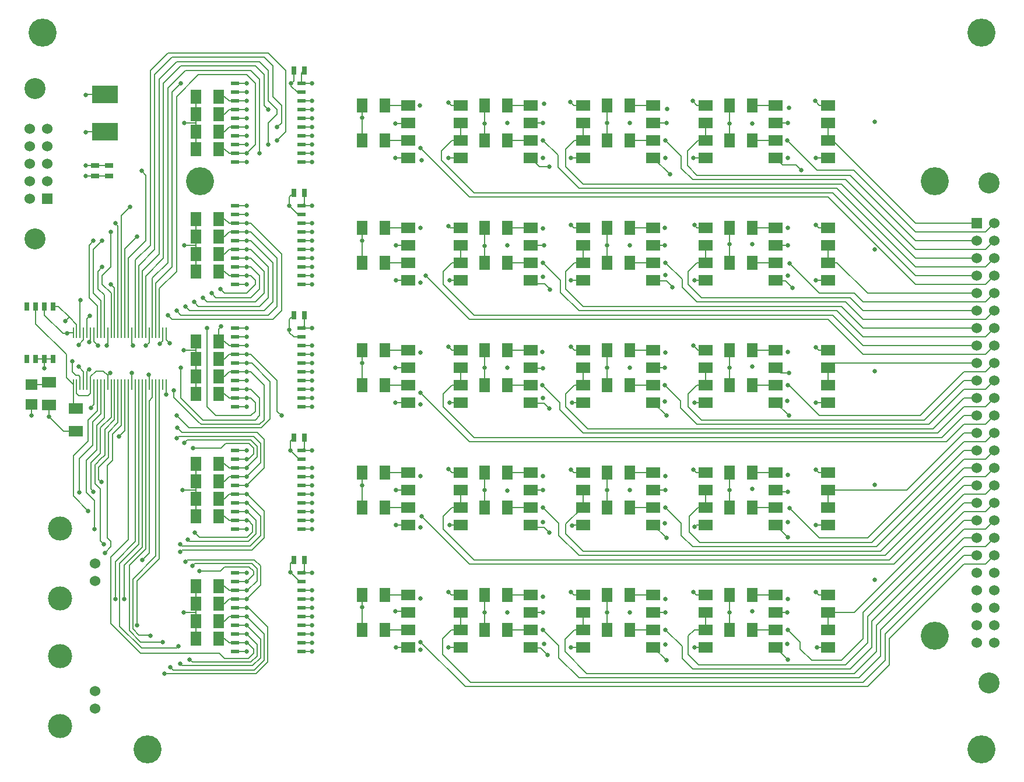
<source format=gtl>
G04 (created by PCBNEW-RS274X (2011-04-29 BZR 2986)-stable) date 8/1/2011 4:56:54 PM*
G01*
G70*
G90*
%MOIN*%
G04 Gerber Fmt 3.4, Leading zero omitted, Abs format*
%FSLAX34Y34*%
G04 APERTURE LIST*
%ADD10C,0.006000*%
%ADD11C,0.120000*%
%ADD12R,0.060000X0.060000*%
%ADD13C,0.060000*%
%ADD14C,0.160000*%
%ADD15C,0.137800*%
%ADD16R,0.060000X0.080000*%
%ADD17R,0.080000X0.060000*%
%ADD18R,0.025000X0.045000*%
%ADD19R,0.045000X0.025000*%
%ADD20R,0.070900X0.062900*%
%ADD21R,0.030000X0.050000*%
%ADD22R,0.147600X0.100400*%
%ADD23R,0.050000X0.020000*%
%ADD24R,0.009800X0.059100*%
%ADD25C,0.025000*%
%ADD26C,0.008000*%
G04 APERTURE END LIST*
G54D10*
G54D11*
X61100Y-15600D03*
X61100Y-44200D03*
G54D12*
X60400Y-17900D03*
G54D13*
X61400Y-17900D03*
X60400Y-18900D03*
X61400Y-18900D03*
X60400Y-19900D03*
X61400Y-19900D03*
X60400Y-20900D03*
X61400Y-20900D03*
X60400Y-21900D03*
X61400Y-21900D03*
X60400Y-22900D03*
X61400Y-22900D03*
X60400Y-23900D03*
X61400Y-23900D03*
X60400Y-24900D03*
X61400Y-24900D03*
X60400Y-25900D03*
X61400Y-25900D03*
X60400Y-26900D03*
X61400Y-26900D03*
X60400Y-27900D03*
X61400Y-27900D03*
X60400Y-28900D03*
X61400Y-28900D03*
X60400Y-29900D03*
X61400Y-29900D03*
X60400Y-30900D03*
X61400Y-30900D03*
X60400Y-31900D03*
X61400Y-31900D03*
X60400Y-32900D03*
X61400Y-32900D03*
X60400Y-33900D03*
X61400Y-33900D03*
X60400Y-34900D03*
X61400Y-34900D03*
X60400Y-35900D03*
X61400Y-35900D03*
X60400Y-36900D03*
X61400Y-36900D03*
X60400Y-37900D03*
X61400Y-37900D03*
X60400Y-38900D03*
X61400Y-38900D03*
X60400Y-39900D03*
X61400Y-39900D03*
X60400Y-40900D03*
X61400Y-40900D03*
X60400Y-41900D03*
X61400Y-41900D03*
G54D14*
X58000Y-41500D03*
G54D15*
X08000Y-35350D03*
X08000Y-39350D03*
G54D13*
X10000Y-38350D03*
X10000Y-37350D03*
G54D11*
X06550Y-10200D03*
X06550Y-18800D03*
G54D12*
X07250Y-16500D03*
G54D13*
X06250Y-16500D03*
X07250Y-15500D03*
X06250Y-15500D03*
X07250Y-14500D03*
X06250Y-14500D03*
X07250Y-13500D03*
X06250Y-13500D03*
X07250Y-12500D03*
X06250Y-12500D03*
G54D14*
X16000Y-15500D03*
X58000Y-15500D03*
X13000Y-48000D03*
X60650Y-48000D03*
X07000Y-07000D03*
G54D16*
X15750Y-40650D03*
X17050Y-40650D03*
X33550Y-39150D03*
X32250Y-39150D03*
X15750Y-39650D03*
X17050Y-39650D03*
X15750Y-41650D03*
X17050Y-41650D03*
X47550Y-41150D03*
X46250Y-41150D03*
X33550Y-32150D03*
X32250Y-32150D03*
X40550Y-32150D03*
X39250Y-32150D03*
X47550Y-34150D03*
X46250Y-34150D03*
X33550Y-41150D03*
X32250Y-41150D03*
X47550Y-39150D03*
X46250Y-39150D03*
X40550Y-39150D03*
X39250Y-39150D03*
X26550Y-41150D03*
X25250Y-41150D03*
X40550Y-41150D03*
X39250Y-41150D03*
X15750Y-25650D03*
X17050Y-25650D03*
X15750Y-26650D03*
X17050Y-26650D03*
X47550Y-27150D03*
X46250Y-27150D03*
X15750Y-24650D03*
X17050Y-24650D03*
X40550Y-18150D03*
X39250Y-18150D03*
X33550Y-18150D03*
X32250Y-18150D03*
X15750Y-17650D03*
X17050Y-17650D03*
X26550Y-18150D03*
X25250Y-18150D03*
X26550Y-13150D03*
X25250Y-13150D03*
X47550Y-11150D03*
X46250Y-11150D03*
X33550Y-13150D03*
X32250Y-13150D03*
X15750Y-13650D03*
X17050Y-13650D03*
X33550Y-20150D03*
X32250Y-20150D03*
X40550Y-20150D03*
X39250Y-20150D03*
X26550Y-25150D03*
X25250Y-25150D03*
X40550Y-25150D03*
X39250Y-25150D03*
X15750Y-20650D03*
X17050Y-20650D03*
X47550Y-20150D03*
X46250Y-20150D03*
X33550Y-25150D03*
X32250Y-25150D03*
X26550Y-20150D03*
X25250Y-20150D03*
X15750Y-18650D03*
X17050Y-18650D03*
X47550Y-18150D03*
X46250Y-18150D03*
X15750Y-19650D03*
X17050Y-19650D03*
X40550Y-13150D03*
X39250Y-13150D03*
X15750Y-11650D03*
X17050Y-11650D03*
X15750Y-12650D03*
X17050Y-12650D03*
X47550Y-13150D03*
X46250Y-13150D03*
X40550Y-11150D03*
X39250Y-11150D03*
X15750Y-10650D03*
X17050Y-10650D03*
X26550Y-11150D03*
X25250Y-11150D03*
X33550Y-11150D03*
X32250Y-11150D03*
X15750Y-34650D03*
X17050Y-34650D03*
X26550Y-34150D03*
X25250Y-34150D03*
X26550Y-39150D03*
X25250Y-39150D03*
G54D17*
X07350Y-28300D03*
X07350Y-27000D03*
G54D16*
X15750Y-27650D03*
X17050Y-27650D03*
X33550Y-27150D03*
X32250Y-27150D03*
X40550Y-34150D03*
X39250Y-34150D03*
X33550Y-34150D03*
X32250Y-34150D03*
X15750Y-38650D03*
X17050Y-38650D03*
X15750Y-33650D03*
X17050Y-33650D03*
X47550Y-25150D03*
X46250Y-25150D03*
X40550Y-27150D03*
X39250Y-27150D03*
G54D17*
X08900Y-29800D03*
X08900Y-28500D03*
G54D16*
X26550Y-27150D03*
X25250Y-27150D03*
X15750Y-32650D03*
X17050Y-32650D03*
X15750Y-31650D03*
X17050Y-31650D03*
X26550Y-32150D03*
X25250Y-32150D03*
X47550Y-32150D03*
X46250Y-32150D03*
G54D18*
X21350Y-23150D03*
X21950Y-23150D03*
X21350Y-37150D03*
X21950Y-37150D03*
G54D19*
X10000Y-14600D03*
X10000Y-15200D03*
G54D18*
X21350Y-30150D03*
X21950Y-30150D03*
X21350Y-16150D03*
X21950Y-16150D03*
G54D19*
X10800Y-14600D03*
X10800Y-15200D03*
G54D20*
X06350Y-27141D03*
X06350Y-28259D03*
G54D17*
X27900Y-32150D03*
X27900Y-33150D03*
X27900Y-34150D03*
X27900Y-35150D03*
X30900Y-35150D03*
X30900Y-34150D03*
X30900Y-33150D03*
X30900Y-32150D03*
X41900Y-39150D03*
X41900Y-40150D03*
X41900Y-41150D03*
X41900Y-42150D03*
X44900Y-42150D03*
X44900Y-41150D03*
X44900Y-40150D03*
X44900Y-39150D03*
X48900Y-25150D03*
X48900Y-26150D03*
X48900Y-27150D03*
X48900Y-28150D03*
X51900Y-28150D03*
X51900Y-27150D03*
X51900Y-26150D03*
X51900Y-25150D03*
X27900Y-18150D03*
X27900Y-19150D03*
X27900Y-20150D03*
X27900Y-21150D03*
X30900Y-21150D03*
X30900Y-20150D03*
X30900Y-19150D03*
X30900Y-18150D03*
X27900Y-25150D03*
X27900Y-26150D03*
X27900Y-27150D03*
X27900Y-28150D03*
X30900Y-28150D03*
X30900Y-27150D03*
X30900Y-26150D03*
X30900Y-25150D03*
X34900Y-39150D03*
X34900Y-40150D03*
X34900Y-41150D03*
X34900Y-42150D03*
X37900Y-42150D03*
X37900Y-41150D03*
X37900Y-40150D03*
X37900Y-39150D03*
X41900Y-25150D03*
X41900Y-26150D03*
X41900Y-27150D03*
X41900Y-28150D03*
X44900Y-28150D03*
X44900Y-27150D03*
X44900Y-26150D03*
X44900Y-25150D03*
X27900Y-39150D03*
X27900Y-40150D03*
X27900Y-41150D03*
X27900Y-42150D03*
X30900Y-42150D03*
X30900Y-41150D03*
X30900Y-40150D03*
X30900Y-39150D03*
X41900Y-18150D03*
X41900Y-19150D03*
X41900Y-20150D03*
X41900Y-21150D03*
X44900Y-21150D03*
X44900Y-20150D03*
X44900Y-19150D03*
X44900Y-18150D03*
X48900Y-18150D03*
X48900Y-19150D03*
X48900Y-20150D03*
X48900Y-21150D03*
X51900Y-21150D03*
X51900Y-20150D03*
X51900Y-19150D03*
X51900Y-18150D03*
X48900Y-11150D03*
X48900Y-12150D03*
X48900Y-13150D03*
X48900Y-14150D03*
X51900Y-14150D03*
X51900Y-13150D03*
X51900Y-12150D03*
X51900Y-11150D03*
X34900Y-18150D03*
X34900Y-19150D03*
X34900Y-20150D03*
X34900Y-21150D03*
X37900Y-21150D03*
X37900Y-20150D03*
X37900Y-19150D03*
X37900Y-18150D03*
X41900Y-32150D03*
X41900Y-33150D03*
X41900Y-34150D03*
X41900Y-35150D03*
X44900Y-35150D03*
X44900Y-34150D03*
X44900Y-33150D03*
X44900Y-32150D03*
X27900Y-11150D03*
X27900Y-12150D03*
X27900Y-13150D03*
X27900Y-14150D03*
X30900Y-14150D03*
X30900Y-13150D03*
X30900Y-12150D03*
X30900Y-11150D03*
X34900Y-32150D03*
X34900Y-33150D03*
X34900Y-34150D03*
X34900Y-35150D03*
X37900Y-35150D03*
X37900Y-34150D03*
X37900Y-33150D03*
X37900Y-32150D03*
X34900Y-11150D03*
X34900Y-12150D03*
X34900Y-13150D03*
X34900Y-14150D03*
X37900Y-14150D03*
X37900Y-13150D03*
X37900Y-12150D03*
X37900Y-11150D03*
X48900Y-32150D03*
X48900Y-33150D03*
X48900Y-34150D03*
X48900Y-35150D03*
X51900Y-35150D03*
X51900Y-34150D03*
X51900Y-33150D03*
X51900Y-32150D03*
G54D15*
X08000Y-42650D03*
X08000Y-46650D03*
G54D13*
X10000Y-45650D03*
X10000Y-44650D03*
G54D21*
X07600Y-25650D03*
X07100Y-25650D03*
X06600Y-25650D03*
X06100Y-25650D03*
X06100Y-22650D03*
X06600Y-22650D03*
X07100Y-22650D03*
X07600Y-22650D03*
G54D22*
X10550Y-10537D03*
X10550Y-12663D03*
G54D23*
X21800Y-14400D03*
X21800Y-13900D03*
X21800Y-13400D03*
X21800Y-12900D03*
X21800Y-12400D03*
X21800Y-11900D03*
X21800Y-11400D03*
X21800Y-10900D03*
X21800Y-10400D03*
X21800Y-09900D03*
X18000Y-09900D03*
X18000Y-10400D03*
X18000Y-10900D03*
X18000Y-11400D03*
X18000Y-11900D03*
X18000Y-12400D03*
X18000Y-12900D03*
X18000Y-13400D03*
X18000Y-13900D03*
X18000Y-14400D03*
G54D17*
X41900Y-11150D03*
X41900Y-12150D03*
X41900Y-13150D03*
X41900Y-14150D03*
X44900Y-14150D03*
X44900Y-13150D03*
X44900Y-12150D03*
X44900Y-11150D03*
G54D23*
X21800Y-21400D03*
X21800Y-20900D03*
X21800Y-20400D03*
X21800Y-19900D03*
X21800Y-19400D03*
X21800Y-18900D03*
X21800Y-18400D03*
X21800Y-17900D03*
X21800Y-17400D03*
X21800Y-16900D03*
X18000Y-16900D03*
X18000Y-17400D03*
X18000Y-17900D03*
X18000Y-18400D03*
X18000Y-18900D03*
X18000Y-19400D03*
X18000Y-19900D03*
X18000Y-20400D03*
X18000Y-20900D03*
X18000Y-21400D03*
X21800Y-28400D03*
X21800Y-27900D03*
X21800Y-27400D03*
X21800Y-26900D03*
X21800Y-26400D03*
X21800Y-25900D03*
X21800Y-25400D03*
X21800Y-24900D03*
X21800Y-24400D03*
X21800Y-23900D03*
X18000Y-23900D03*
X18000Y-24400D03*
X18000Y-24900D03*
X18000Y-25400D03*
X18000Y-25900D03*
X18000Y-26400D03*
X18000Y-26900D03*
X18000Y-27400D03*
X18000Y-27900D03*
X18000Y-28400D03*
G54D17*
X34900Y-25150D03*
X34900Y-26150D03*
X34900Y-27150D03*
X34900Y-28150D03*
X37900Y-28150D03*
X37900Y-27150D03*
X37900Y-26150D03*
X37900Y-25150D03*
G54D24*
X14057Y-24174D03*
X13860Y-24174D03*
X13663Y-24174D03*
X13467Y-24174D03*
X13270Y-24174D03*
X13073Y-24174D03*
X12876Y-24174D03*
X12679Y-24174D03*
X12482Y-24174D03*
X12285Y-24174D03*
X12089Y-24174D03*
X11892Y-24174D03*
X11695Y-24174D03*
X11498Y-24174D03*
X11301Y-24174D03*
X11104Y-24174D03*
X10907Y-24174D03*
X10711Y-24174D03*
X10514Y-24174D03*
X10317Y-24174D03*
X10120Y-24174D03*
X09923Y-24174D03*
X09726Y-24174D03*
X09529Y-24174D03*
X09333Y-24174D03*
X09136Y-24174D03*
X08939Y-24174D03*
X08742Y-24174D03*
X08743Y-27126D03*
X08939Y-27126D03*
X09136Y-27126D03*
X09333Y-27126D03*
X09530Y-27126D03*
X09727Y-27126D03*
X09924Y-27126D03*
X10120Y-27126D03*
X10317Y-27126D03*
X10514Y-27126D03*
X10711Y-27126D03*
X10908Y-27126D03*
X11105Y-27126D03*
X11302Y-27126D03*
X11498Y-27126D03*
X11695Y-27126D03*
X11892Y-27126D03*
X12089Y-27126D03*
X12286Y-27126D03*
X12483Y-27126D03*
X12680Y-27126D03*
X12876Y-27126D03*
X13073Y-27126D03*
X13270Y-27126D03*
X13467Y-27126D03*
X13664Y-27126D03*
X13861Y-27126D03*
X14057Y-27126D03*
G54D23*
X21800Y-35400D03*
X21800Y-34900D03*
X21800Y-34400D03*
X21800Y-33900D03*
X21800Y-33400D03*
X21800Y-32900D03*
X21800Y-32400D03*
X21800Y-31900D03*
X21800Y-31400D03*
X21800Y-30900D03*
X18000Y-30900D03*
X18000Y-31400D03*
X18000Y-31900D03*
X18000Y-32400D03*
X18000Y-32900D03*
X18000Y-33400D03*
X18000Y-33900D03*
X18000Y-34400D03*
X18000Y-34900D03*
X18000Y-35400D03*
G54D17*
X48900Y-39150D03*
X48900Y-40150D03*
X48900Y-41150D03*
X48900Y-42150D03*
X51900Y-42150D03*
X51900Y-41150D03*
X51900Y-40150D03*
X51900Y-39150D03*
G54D23*
X21800Y-42400D03*
X21800Y-41900D03*
X21800Y-41400D03*
X21800Y-40900D03*
X21800Y-40400D03*
X21800Y-39900D03*
X21800Y-39400D03*
X21800Y-38900D03*
X21800Y-38400D03*
X21800Y-37900D03*
X18000Y-37900D03*
X18000Y-38400D03*
X18000Y-38900D03*
X18000Y-39400D03*
X18000Y-39900D03*
X18000Y-40400D03*
X18000Y-40900D03*
X18000Y-41400D03*
X18000Y-41900D03*
X18000Y-42400D03*
G54D18*
X21350Y-09150D03*
X21950Y-09150D03*
G54D14*
X60650Y-07000D03*
G54D25*
X07350Y-28950D03*
X14050Y-27700D03*
X15000Y-33150D03*
X15050Y-40150D03*
X15100Y-19150D03*
X15100Y-12150D03*
X15050Y-25150D03*
X09450Y-14600D03*
X09450Y-10550D03*
X25250Y-11850D03*
X25250Y-18900D03*
X25250Y-25900D03*
X25250Y-32900D03*
X25250Y-39850D03*
X32250Y-40150D03*
X32250Y-33150D03*
X32250Y-26150D03*
X32250Y-19200D03*
X32250Y-12200D03*
X39250Y-12150D03*
X39250Y-19150D03*
X39250Y-26150D03*
X39250Y-33150D03*
X39250Y-40150D03*
X46250Y-40150D03*
X46250Y-33150D03*
X46250Y-26150D03*
X46250Y-19100D03*
X46250Y-12200D03*
X47550Y-26100D03*
X47550Y-19100D03*
X47550Y-12200D03*
X33550Y-12150D03*
X33550Y-19150D03*
X33550Y-26150D03*
X33550Y-33200D03*
X33550Y-40150D03*
X40550Y-40150D03*
X40550Y-33150D03*
X40550Y-26150D03*
X40550Y-19150D03*
X40550Y-12150D03*
X47550Y-33100D03*
X47550Y-40100D03*
X54550Y-38300D03*
X54550Y-32850D03*
X54550Y-26350D03*
X54550Y-19400D03*
X54550Y-12100D03*
X12100Y-26450D03*
X10650Y-24900D03*
X22400Y-23900D03*
X22400Y-16900D03*
X22400Y-09900D03*
X22400Y-30900D03*
X22400Y-37900D03*
X08300Y-23500D03*
X08400Y-24200D03*
X21150Y-37850D03*
X21150Y-30900D03*
X21100Y-24000D03*
X21100Y-16900D03*
X07100Y-26200D03*
X06350Y-28900D03*
X18650Y-37900D03*
X13050Y-26550D03*
X21200Y-09900D03*
X12150Y-24900D03*
X09650Y-24700D03*
X09450Y-15200D03*
X09450Y-12700D03*
X10850Y-26450D03*
X12900Y-24900D03*
X18650Y-35400D03*
X18650Y-30900D03*
X18650Y-28400D03*
X18650Y-23900D03*
X18650Y-16900D03*
X18650Y-14400D03*
X18650Y-21400D03*
X18650Y-42400D03*
X18650Y-09900D03*
X42550Y-28100D03*
X49550Y-41950D03*
X44250Y-42150D03*
X42600Y-42000D03*
X37200Y-42150D03*
X35650Y-41950D03*
X30200Y-42150D03*
X28600Y-42300D03*
X51200Y-35150D03*
X49600Y-35000D03*
X44250Y-35250D03*
X42550Y-35050D03*
X37250Y-35200D03*
X35600Y-35000D03*
X30250Y-35150D03*
X28600Y-35300D03*
X51200Y-28150D03*
X49550Y-28050D03*
X44250Y-28150D03*
X51250Y-42150D03*
X37250Y-28150D03*
X35600Y-27900D03*
X30250Y-28150D03*
X28600Y-28250D03*
X51200Y-21150D03*
X49600Y-20900D03*
X44250Y-21150D03*
X42600Y-20850D03*
X37200Y-21150D03*
X35600Y-20950D03*
X30250Y-21150D03*
X28600Y-21300D03*
X51200Y-14150D03*
X49600Y-14150D03*
X44200Y-14150D03*
X42600Y-14150D03*
X37200Y-14150D03*
X35600Y-14150D03*
X30200Y-14150D03*
X28650Y-14300D03*
X51200Y-39000D03*
X49600Y-39400D03*
X44200Y-39000D03*
X42600Y-39400D03*
X37200Y-39000D03*
X35600Y-39250D03*
X30200Y-39000D03*
X28600Y-39350D03*
X51200Y-32000D03*
X49600Y-32300D03*
X44200Y-32000D03*
X42600Y-32350D03*
X37200Y-32000D03*
X35600Y-32350D03*
X30200Y-31950D03*
X28600Y-32350D03*
X51200Y-25000D03*
X49600Y-25250D03*
X44200Y-24900D03*
X42600Y-25300D03*
X37200Y-24950D03*
X35550Y-25250D03*
X30200Y-24950D03*
X28600Y-25300D03*
X51200Y-18000D03*
X49600Y-18150D03*
X44250Y-18000D03*
X42550Y-18150D03*
X37200Y-18000D03*
X35600Y-18200D03*
X30200Y-18050D03*
X28600Y-18150D03*
X51150Y-10900D03*
X49650Y-11300D03*
X44150Y-10900D03*
X42700Y-11350D03*
X37150Y-10950D03*
X35650Y-11050D03*
X30200Y-11000D03*
X28550Y-11150D03*
X49700Y-20200D03*
X42600Y-20150D03*
X35600Y-20150D03*
X28900Y-20900D03*
X49600Y-27150D03*
X49550Y-13150D03*
X42550Y-27150D03*
X35550Y-27150D03*
X28600Y-27600D03*
X49700Y-34200D03*
X42600Y-34150D03*
X35600Y-34150D03*
X28650Y-34650D03*
X49600Y-41150D03*
X42600Y-41150D03*
X35600Y-41150D03*
X42600Y-13150D03*
X28600Y-41850D03*
X35600Y-13150D03*
X28600Y-13600D03*
X22400Y-13900D03*
X42650Y-12150D03*
X22400Y-10900D03*
X22400Y-12900D03*
X27150Y-12200D03*
X22400Y-14400D03*
X49600Y-12150D03*
X22400Y-13400D03*
X35600Y-12150D03*
X22400Y-12400D03*
X22400Y-11900D03*
X22400Y-11400D03*
X22400Y-20900D03*
X42550Y-19150D03*
X22400Y-17900D03*
X27200Y-19150D03*
X22400Y-19900D03*
X49600Y-19150D03*
X22400Y-21400D03*
X35650Y-19150D03*
X22400Y-20400D03*
X22400Y-19400D03*
X22400Y-18900D03*
X22400Y-18400D03*
X22400Y-28400D03*
X49650Y-26450D03*
X22400Y-24900D03*
X22400Y-25400D03*
X22400Y-27400D03*
X35600Y-26200D03*
X22400Y-25900D03*
X22400Y-26400D03*
X27150Y-26150D03*
X22400Y-26900D03*
X42550Y-26150D03*
X22400Y-27900D03*
X22400Y-31900D03*
X49600Y-33250D03*
X22400Y-35400D03*
X22400Y-32400D03*
X22400Y-34400D03*
X35600Y-33150D03*
X22400Y-32900D03*
X22400Y-33900D03*
X27200Y-33150D03*
X22400Y-33400D03*
X42600Y-33150D03*
X22400Y-34900D03*
X22400Y-39400D03*
X22400Y-40900D03*
X27150Y-40100D03*
X22400Y-42400D03*
X49550Y-40150D03*
X22400Y-41900D03*
X42600Y-40150D03*
X35600Y-40150D03*
X22400Y-41400D03*
X22400Y-38900D03*
X22400Y-39900D03*
X22400Y-40400D03*
X18650Y-13900D03*
X50350Y-14850D03*
X12000Y-16950D03*
X18650Y-17400D03*
X43000Y-21550D03*
X18650Y-20400D03*
X16650Y-21900D03*
X11150Y-17900D03*
X14150Y-23150D03*
X10900Y-21400D03*
X18650Y-17900D03*
X36000Y-21700D03*
X16150Y-22150D03*
X10900Y-18400D03*
X18650Y-19900D03*
X18650Y-18400D03*
X14650Y-22900D03*
X10400Y-20400D03*
X18650Y-19400D03*
X27200Y-21150D03*
X10400Y-18900D03*
X15650Y-22400D03*
X09900Y-18900D03*
X18650Y-18900D03*
X15150Y-22650D03*
X10150Y-24900D03*
X16400Y-23900D03*
X18650Y-27900D03*
X49650Y-28900D03*
X09700Y-23200D03*
X18650Y-24400D03*
X14900Y-26150D03*
X09050Y-24850D03*
X18650Y-27400D03*
X42650Y-28900D03*
X14900Y-09900D03*
X18650Y-10400D03*
X09150Y-22300D03*
X17200Y-23800D03*
X18650Y-24900D03*
X18650Y-26900D03*
X35950Y-28500D03*
X08700Y-25800D03*
X18650Y-25400D03*
X09050Y-26100D03*
X20650Y-28900D03*
X18650Y-26400D03*
X27150Y-28150D03*
X09650Y-26250D03*
X14500Y-27450D03*
X18650Y-25900D03*
X14650Y-28900D03*
X09750Y-28450D03*
X18650Y-34900D03*
X49600Y-35850D03*
X15700Y-35600D03*
X09600Y-34350D03*
X18650Y-31400D03*
X15600Y-30750D03*
X09100Y-33300D03*
X42650Y-35900D03*
X18650Y-34400D03*
X09950Y-35400D03*
X15300Y-36000D03*
X15100Y-30450D03*
X18650Y-31900D03*
X09900Y-33250D03*
X18650Y-33900D03*
X35950Y-35600D03*
X10500Y-36250D03*
X14850Y-36250D03*
X42850Y-15100D03*
X19400Y-13900D03*
X18650Y-13400D03*
X18650Y-32400D03*
X14650Y-30200D03*
X10350Y-32700D03*
X18650Y-33400D03*
X27200Y-35150D03*
X14850Y-36700D03*
X10550Y-36750D03*
X11350Y-30100D03*
X18650Y-32900D03*
X14700Y-29600D03*
X18650Y-41900D03*
X49600Y-42850D03*
X15950Y-37800D03*
X11150Y-39400D03*
X18650Y-38400D03*
X14750Y-42100D03*
X15400Y-42850D03*
X18650Y-41400D03*
X42650Y-42900D03*
X18650Y-38900D03*
X15550Y-37500D03*
X11650Y-39400D03*
X18650Y-40900D03*
X35850Y-42600D03*
X13850Y-41850D03*
X14850Y-43100D03*
X18650Y-39400D03*
X15150Y-37250D03*
X12700Y-37150D03*
X18650Y-40400D03*
X27200Y-42150D03*
X13150Y-41500D03*
X14300Y-43300D03*
X19900Y-11400D03*
X18650Y-10900D03*
X13950Y-43650D03*
X18650Y-39900D03*
X12400Y-40900D03*
X18650Y-12900D03*
X19900Y-13400D03*
X35950Y-14650D03*
X20400Y-12400D03*
X18650Y-11400D03*
X27150Y-14150D03*
X18650Y-12400D03*
X20400Y-13150D03*
X12650Y-14900D03*
X18650Y-11900D03*
X17150Y-21650D03*
X12400Y-18650D03*
X18650Y-20900D03*
X49850Y-21600D03*
X13700Y-24800D03*
X14250Y-24750D03*
G54D26*
X21950Y-37150D02*
X21950Y-37750D01*
X21950Y-37750D02*
X21800Y-37900D01*
X21950Y-30150D02*
X21950Y-30750D01*
X21950Y-30750D02*
X21800Y-30900D01*
X21950Y-16150D02*
X21950Y-16750D01*
X21950Y-16750D02*
X21800Y-16900D01*
X08900Y-29800D02*
X08200Y-29800D01*
X08200Y-29800D02*
X07350Y-28950D01*
X07350Y-28300D02*
X07350Y-28950D01*
X10000Y-14600D02*
X10800Y-14600D01*
X14057Y-27126D02*
X14057Y-27693D01*
X14057Y-27693D02*
X14050Y-27700D01*
X15750Y-33150D02*
X15000Y-33150D01*
X15750Y-31650D02*
X15750Y-32650D01*
X15750Y-32650D02*
X15750Y-33150D01*
X15750Y-33150D02*
X15750Y-33650D01*
X15750Y-33650D02*
X15750Y-34650D01*
X15750Y-40150D02*
X15050Y-40150D01*
X15750Y-38650D02*
X15750Y-39650D01*
X15750Y-39650D02*
X15750Y-40150D01*
X15750Y-40150D02*
X15750Y-40650D01*
X15750Y-40650D02*
X15750Y-41650D01*
X15750Y-19150D02*
X15100Y-19150D01*
X15750Y-12150D02*
X15100Y-12150D01*
X15750Y-10650D02*
X15750Y-11650D01*
X15750Y-11650D02*
X15750Y-12150D01*
X15750Y-12150D02*
X15750Y-12650D01*
X15750Y-12650D02*
X15750Y-13650D01*
X15750Y-25150D02*
X15050Y-25150D01*
X15750Y-24650D02*
X15750Y-25150D01*
X15750Y-25150D02*
X15750Y-25650D01*
X15750Y-25650D02*
X15750Y-26650D01*
X15750Y-26650D02*
X15750Y-27650D01*
X10000Y-14600D02*
X09450Y-14600D01*
X09463Y-10537D02*
X10550Y-10537D01*
X09450Y-10550D02*
X09463Y-10537D01*
X25250Y-13150D02*
X25250Y-11850D01*
X25250Y-11850D02*
X25250Y-11150D01*
X25250Y-20150D02*
X25250Y-18900D01*
X25250Y-18900D02*
X25250Y-18150D01*
X25250Y-27150D02*
X25250Y-25900D01*
X25250Y-25900D02*
X25250Y-25150D01*
X25250Y-34150D02*
X25250Y-32900D01*
X25250Y-32900D02*
X25250Y-32150D01*
X25250Y-41150D02*
X25250Y-39850D01*
X25250Y-39850D02*
X25250Y-39150D01*
X32250Y-41150D02*
X32250Y-40150D01*
X32250Y-40150D02*
X32250Y-39150D01*
X32250Y-34150D02*
X32250Y-33150D01*
X32250Y-33150D02*
X32250Y-32150D01*
X32250Y-27150D02*
X32250Y-26150D01*
X32250Y-26150D02*
X32250Y-25150D01*
X32250Y-20150D02*
X32250Y-19200D01*
X32250Y-19200D02*
X32250Y-18150D01*
X32250Y-13150D02*
X32250Y-12200D01*
X32250Y-12200D02*
X32250Y-11150D01*
X39250Y-13150D02*
X39250Y-12150D01*
X39250Y-12150D02*
X39250Y-11150D01*
X39250Y-20150D02*
X39250Y-19150D01*
X39250Y-19150D02*
X39250Y-18150D01*
X39250Y-27150D02*
X39250Y-26150D01*
X39250Y-26150D02*
X39250Y-25150D01*
X39250Y-34150D02*
X39250Y-33150D01*
X39250Y-33150D02*
X39250Y-32150D01*
X39250Y-41150D02*
X39250Y-40150D01*
X39250Y-40150D02*
X39250Y-39150D01*
X46250Y-41150D02*
X46250Y-40150D01*
X46250Y-40150D02*
X46250Y-39150D01*
X46250Y-34150D02*
X46250Y-33150D01*
X46250Y-33150D02*
X46250Y-32150D01*
X46250Y-27150D02*
X46250Y-26150D01*
X46250Y-26150D02*
X46250Y-25150D01*
X46250Y-20150D02*
X46250Y-19100D01*
X46250Y-19100D02*
X46250Y-18150D01*
X46250Y-13150D02*
X46250Y-12200D01*
X46250Y-12200D02*
X46250Y-11150D01*
X12089Y-26461D02*
X12100Y-26450D01*
X12089Y-26461D02*
X12089Y-27126D01*
X10711Y-24839D02*
X10650Y-24900D01*
X10711Y-24839D02*
X10711Y-24174D01*
X21800Y-09900D02*
X21800Y-09300D01*
X21800Y-09300D02*
X21950Y-09150D01*
X21800Y-16900D02*
X22400Y-16900D01*
X21800Y-09900D02*
X22400Y-09900D01*
X21800Y-23900D02*
X22400Y-23900D01*
X15750Y-19650D02*
X15750Y-19150D01*
X15750Y-19150D02*
X15750Y-18650D01*
X15750Y-20650D02*
X15750Y-19650D01*
X15750Y-12650D02*
X15750Y-13650D01*
X15750Y-12650D02*
X15750Y-11650D01*
X15750Y-18650D02*
X15750Y-17650D01*
X21800Y-30900D02*
X22400Y-30900D01*
X21800Y-37900D02*
X22400Y-37900D01*
X21950Y-23150D02*
X21950Y-23750D01*
X21950Y-23750D02*
X21800Y-23900D01*
X08525Y-23275D02*
X08939Y-23689D01*
X08300Y-23500D02*
X08525Y-23275D01*
X07600Y-22650D02*
X07900Y-22650D01*
X08939Y-23689D02*
X08939Y-24174D01*
X07900Y-22650D02*
X08525Y-23275D01*
X08400Y-24200D02*
X08150Y-24200D01*
X07100Y-23150D02*
X07100Y-22650D01*
X08150Y-24200D02*
X07100Y-23150D01*
X08426Y-24174D02*
X08742Y-24174D01*
X08400Y-24200D02*
X08426Y-24174D01*
X08350Y-26733D02*
X08743Y-27126D01*
X08350Y-25400D02*
X08350Y-26733D01*
X06600Y-23650D02*
X08350Y-25400D01*
X08743Y-28343D02*
X08900Y-28500D01*
X08743Y-27126D02*
X08743Y-28343D01*
X06600Y-22650D02*
X06600Y-23650D01*
X21150Y-37850D02*
X21150Y-37350D01*
X21700Y-38400D02*
X21150Y-37850D01*
X21800Y-38400D02*
X21700Y-38400D01*
X21150Y-37350D02*
X21350Y-37150D01*
X21150Y-30900D02*
X21150Y-30350D01*
X21650Y-31400D02*
X21150Y-30900D01*
X21800Y-31400D02*
X21650Y-31400D01*
X21150Y-30350D02*
X21350Y-30150D01*
X21100Y-24000D02*
X21100Y-23400D01*
X21800Y-24400D02*
X21350Y-24400D01*
X21100Y-24150D02*
X21350Y-24400D01*
X21100Y-24000D02*
X21100Y-24150D01*
X21100Y-23400D02*
X21350Y-23150D01*
X21100Y-16900D02*
X21100Y-16400D01*
X21600Y-17400D02*
X21100Y-16900D01*
X21800Y-17400D02*
X21600Y-17400D01*
X21100Y-16400D02*
X21350Y-16150D01*
X07100Y-25650D02*
X07100Y-26200D01*
X07100Y-25650D02*
X07600Y-25650D01*
X06600Y-25650D02*
X07100Y-25650D01*
X06350Y-28259D02*
X06350Y-28900D01*
X13073Y-26573D02*
X13050Y-26550D01*
X21200Y-09900D02*
X21200Y-10050D01*
X21550Y-10400D02*
X21800Y-10400D01*
X21200Y-10050D02*
X21550Y-10400D01*
X21350Y-09150D02*
X21350Y-09750D01*
X21350Y-09750D02*
X21200Y-09900D01*
X12089Y-24839D02*
X12150Y-24900D01*
X09726Y-24174D02*
X09726Y-24624D01*
X09726Y-24624D02*
X09650Y-24700D01*
X10000Y-15200D02*
X10800Y-15200D01*
X10000Y-15200D02*
X09450Y-15200D01*
X10550Y-12663D02*
X09487Y-12663D01*
X18000Y-37900D02*
X18650Y-37900D01*
X10711Y-26611D02*
X10711Y-26589D01*
X10711Y-26589D02*
X10850Y-26450D01*
X09727Y-27126D02*
X09727Y-26673D01*
X10711Y-26611D02*
X10711Y-27126D01*
X10450Y-26350D02*
X10711Y-26611D01*
X10050Y-26350D02*
X10450Y-26350D01*
X09727Y-26673D02*
X10050Y-26350D01*
X08939Y-27126D02*
X08939Y-27639D01*
X09727Y-27623D02*
X09727Y-27126D01*
X09600Y-27750D02*
X09727Y-27623D01*
X09050Y-27750D02*
X09600Y-27750D01*
X08939Y-27639D02*
X09050Y-27750D01*
X13073Y-24727D02*
X12900Y-24900D01*
X18000Y-30900D02*
X18650Y-30900D01*
X12089Y-24174D02*
X12089Y-24839D01*
X18000Y-21400D02*
X18650Y-21400D01*
X18000Y-23900D02*
X18650Y-23900D01*
X13073Y-24727D02*
X13073Y-24174D01*
X18000Y-28400D02*
X18650Y-28400D01*
X18000Y-14400D02*
X18650Y-14400D01*
X18000Y-16900D02*
X18650Y-16900D01*
X18000Y-09900D02*
X18650Y-09900D01*
X18000Y-42400D02*
X18650Y-42400D01*
X18000Y-35400D02*
X18650Y-35400D01*
X13073Y-27126D02*
X13073Y-26573D01*
X09487Y-12663D02*
X09450Y-12700D01*
X51900Y-42150D02*
X51250Y-42150D01*
X44900Y-42150D02*
X44250Y-42150D01*
X37900Y-42150D02*
X37200Y-42150D01*
X30900Y-42150D02*
X30200Y-42150D01*
X51900Y-35150D02*
X51200Y-35150D01*
X44900Y-35150D02*
X44350Y-35150D01*
X44350Y-35150D02*
X44250Y-35250D01*
X37900Y-35150D02*
X37300Y-35150D01*
X37300Y-35150D02*
X37250Y-35200D01*
X30900Y-35150D02*
X30250Y-35150D01*
X51900Y-28150D02*
X51200Y-28150D01*
X44900Y-28150D02*
X44250Y-28150D01*
X37900Y-28150D02*
X37250Y-28150D01*
X30900Y-28150D02*
X30250Y-28150D01*
X51900Y-21150D02*
X51200Y-21150D01*
X44900Y-21150D02*
X44250Y-21150D01*
X37900Y-21150D02*
X37200Y-21150D01*
X30900Y-21150D02*
X30250Y-21150D01*
X51900Y-14150D02*
X51200Y-14150D01*
X44900Y-14150D02*
X44200Y-14150D01*
X37900Y-14150D02*
X37200Y-14150D01*
X30900Y-14150D02*
X30200Y-14150D01*
X51900Y-39150D02*
X51350Y-39150D01*
X51350Y-39150D02*
X51200Y-39000D01*
X44900Y-39150D02*
X44350Y-39150D01*
X44350Y-39150D02*
X44200Y-39000D01*
X37900Y-39150D02*
X37350Y-39150D01*
X37350Y-39150D02*
X37200Y-39000D01*
X30900Y-39150D02*
X30350Y-39150D01*
X30350Y-39150D02*
X30200Y-39000D01*
X51900Y-32150D02*
X51350Y-32150D01*
X51350Y-32150D02*
X51200Y-32000D01*
X44900Y-32150D02*
X44350Y-32150D01*
X44350Y-32150D02*
X44200Y-32000D01*
X37900Y-32150D02*
X37350Y-32150D01*
X37350Y-32150D02*
X37200Y-32000D01*
X30900Y-32150D02*
X30400Y-32150D01*
X30400Y-32150D02*
X30200Y-31950D01*
X51900Y-25150D02*
X51350Y-25150D01*
X51350Y-25150D02*
X51200Y-25000D01*
X44900Y-25150D02*
X44450Y-25150D01*
X44450Y-25150D02*
X44200Y-24900D01*
X37900Y-25150D02*
X37400Y-25150D01*
X37400Y-25150D02*
X37200Y-24950D01*
X30900Y-25150D02*
X30400Y-25150D01*
X30400Y-25150D02*
X30200Y-24950D01*
X51900Y-18150D02*
X51350Y-18150D01*
X51350Y-18150D02*
X51200Y-18000D01*
X44900Y-18150D02*
X44400Y-18150D01*
X44400Y-18150D02*
X44250Y-18000D01*
X37900Y-18150D02*
X37350Y-18150D01*
X37350Y-18150D02*
X37200Y-18000D01*
X30900Y-18150D02*
X30300Y-18150D01*
X30300Y-18150D02*
X30200Y-18050D01*
X51900Y-11150D02*
X51400Y-11150D01*
X51400Y-11150D02*
X51150Y-10900D01*
X44900Y-11150D02*
X44400Y-11150D01*
X44400Y-11150D02*
X44150Y-10900D01*
X37900Y-11150D02*
X37350Y-11150D01*
X37350Y-11150D02*
X37150Y-10950D01*
X30900Y-11150D02*
X30350Y-11150D01*
X30350Y-11150D02*
X30200Y-11000D01*
X60400Y-17900D02*
X56900Y-17900D01*
X52150Y-13150D02*
X51900Y-13150D01*
X56900Y-17900D02*
X52150Y-13150D01*
X51900Y-12150D02*
X51900Y-13150D01*
X53900Y-22400D02*
X60900Y-22400D01*
X53400Y-21900D02*
X53900Y-22400D01*
X61400Y-21900D02*
X60900Y-22400D01*
X51400Y-21900D02*
X49700Y-20200D01*
X52650Y-21900D02*
X53400Y-21900D01*
X52650Y-21900D02*
X51400Y-21900D01*
X52900Y-22150D02*
X44650Y-22150D01*
X53150Y-22150D02*
X52900Y-22150D01*
X44900Y-20150D02*
X44900Y-19150D01*
X53900Y-22900D02*
X53150Y-22150D01*
X44400Y-20150D02*
X44900Y-20150D01*
X43900Y-21400D02*
X43900Y-20650D01*
X60400Y-22900D02*
X53900Y-22900D01*
X44650Y-22150D02*
X43900Y-21400D01*
X43900Y-20650D02*
X44400Y-20150D01*
X43550Y-21100D02*
X43550Y-21550D01*
X60900Y-23400D02*
X53900Y-23400D01*
X60900Y-23400D02*
X61400Y-22900D01*
X52900Y-22400D02*
X44400Y-22400D01*
X53900Y-23400D02*
X52900Y-22400D01*
X43550Y-21550D02*
X44400Y-22400D01*
X42600Y-20150D02*
X43550Y-21100D01*
X37900Y-19150D02*
X37900Y-20150D01*
X37900Y-22650D02*
X36900Y-21650D01*
X53900Y-23900D02*
X52650Y-22650D01*
X60400Y-23900D02*
X53900Y-23900D01*
X36900Y-21650D02*
X36900Y-20650D01*
X52650Y-22650D02*
X37900Y-22650D01*
X36900Y-20650D02*
X37400Y-20150D01*
X37400Y-20150D02*
X37900Y-20150D01*
X60900Y-24400D02*
X53900Y-24400D01*
X36600Y-21150D02*
X36600Y-21850D01*
X60900Y-24400D02*
X61400Y-23900D01*
X52400Y-22900D02*
X37650Y-22900D01*
X36600Y-21850D02*
X37650Y-22900D01*
X53900Y-24400D02*
X52400Y-22900D01*
X35600Y-20150D02*
X36600Y-21150D01*
X60400Y-24900D02*
X53900Y-24900D01*
X52150Y-23150D02*
X31650Y-23150D01*
X53900Y-24900D02*
X52150Y-23150D01*
X30400Y-20150D02*
X30900Y-20150D01*
X31650Y-23150D02*
X29900Y-21400D01*
X30900Y-20150D02*
X30900Y-19150D01*
X29900Y-21400D02*
X29900Y-20650D01*
X29900Y-20650D02*
X30400Y-20150D01*
X51900Y-23400D02*
X31400Y-23400D01*
X53900Y-25400D02*
X51900Y-23400D01*
X31400Y-23400D02*
X28900Y-20900D01*
X60900Y-25400D02*
X53900Y-25400D01*
X61400Y-24900D02*
X60900Y-25400D01*
X51900Y-26150D02*
X52150Y-25900D01*
X52150Y-26150D02*
X51900Y-26150D01*
X52150Y-25900D02*
X60400Y-25900D01*
X51900Y-27150D02*
X51900Y-26150D01*
X59650Y-26400D02*
X60900Y-26400D01*
X61400Y-25900D02*
X60900Y-26400D01*
X51400Y-28900D02*
X49900Y-27400D01*
X52650Y-28900D02*
X57150Y-28900D01*
X52650Y-28900D02*
X51400Y-28900D01*
X57150Y-28900D02*
X59650Y-26400D01*
X49650Y-27150D02*
X49600Y-27150D01*
X49900Y-27400D02*
X49650Y-27150D01*
X44900Y-27150D02*
X44400Y-27150D01*
X52900Y-29150D02*
X57400Y-29150D01*
X43900Y-27650D02*
X44400Y-27150D01*
X44900Y-27150D02*
X44900Y-26150D01*
X57400Y-29150D02*
X59650Y-26900D01*
X43900Y-28400D02*
X43900Y-27650D01*
X44650Y-29150D02*
X43900Y-28400D01*
X52900Y-29150D02*
X44650Y-29150D01*
X59650Y-26900D02*
X60400Y-26900D01*
X56900Y-18400D02*
X53400Y-14900D01*
X51250Y-14850D02*
X51600Y-14850D01*
X53350Y-14850D02*
X51600Y-14850D01*
X60900Y-18400D02*
X56900Y-18400D01*
X60900Y-18400D02*
X61400Y-17900D01*
X53400Y-14900D02*
X53350Y-14850D01*
X49550Y-13150D02*
X51250Y-14850D01*
X57650Y-29400D02*
X59650Y-27400D01*
X59650Y-27400D02*
X60900Y-27400D01*
X60900Y-27400D02*
X61400Y-26900D01*
X53150Y-29400D02*
X44400Y-29400D01*
X53150Y-29400D02*
X57650Y-29400D01*
X43450Y-28450D02*
X44400Y-29400D01*
X42550Y-27150D02*
X43450Y-28050D01*
X43450Y-28050D02*
X43450Y-28450D01*
X38150Y-29650D02*
X36900Y-28400D01*
X36900Y-27650D02*
X36900Y-28400D01*
X37650Y-27150D02*
X37900Y-27150D01*
X53400Y-29650D02*
X57900Y-29650D01*
X37900Y-27150D02*
X37900Y-26150D01*
X59650Y-27900D02*
X60400Y-27900D01*
X37900Y-27150D02*
X37400Y-27150D01*
X53400Y-29650D02*
X38150Y-29650D01*
X36900Y-27650D02*
X37400Y-27150D01*
X57900Y-29650D02*
X59650Y-27900D01*
X60900Y-28400D02*
X61400Y-27900D01*
X59650Y-28400D02*
X60900Y-28400D01*
X58150Y-29900D02*
X59650Y-28400D01*
X35550Y-27150D02*
X36550Y-28150D01*
X53650Y-29900D02*
X58150Y-29900D01*
X36550Y-28550D02*
X37900Y-29900D01*
X36550Y-28150D02*
X36550Y-28550D01*
X53650Y-29900D02*
X37900Y-29900D01*
X29900Y-27650D02*
X30400Y-27150D01*
X29900Y-28400D02*
X29900Y-27650D01*
X58400Y-30150D02*
X53900Y-30150D01*
X59650Y-28900D02*
X58400Y-30150D01*
X30900Y-26150D02*
X30900Y-27150D01*
X60400Y-28900D02*
X59650Y-28900D01*
X30400Y-27150D02*
X30900Y-27150D01*
X53900Y-30150D02*
X31650Y-30150D01*
X31650Y-30150D02*
X29900Y-28400D01*
X58650Y-30400D02*
X59650Y-29400D01*
X61400Y-28900D02*
X60900Y-29400D01*
X59650Y-29400D02*
X60900Y-29400D01*
X54150Y-30400D02*
X58650Y-30400D01*
X31400Y-30400D02*
X29150Y-28150D01*
X29150Y-28150D02*
X28600Y-27600D01*
X54150Y-30400D02*
X31400Y-30400D01*
X56400Y-33150D02*
X51900Y-33150D01*
X60400Y-29900D02*
X59650Y-29900D01*
X51900Y-34150D02*
X51900Y-33150D01*
X59650Y-29900D02*
X56400Y-33150D01*
X61400Y-29900D02*
X60900Y-30400D01*
X59650Y-30400D02*
X54150Y-35900D01*
X54150Y-35900D02*
X51400Y-35900D01*
X60900Y-30400D02*
X59650Y-30400D01*
X51400Y-35900D02*
X49700Y-34200D01*
X43950Y-35550D02*
X43950Y-34800D01*
X43950Y-34800D02*
X43950Y-34650D01*
X44900Y-34150D02*
X44900Y-33150D01*
X44550Y-36150D02*
X43950Y-35550D01*
X59650Y-30900D02*
X54400Y-36150D01*
X60400Y-30900D02*
X59650Y-30900D01*
X44450Y-34150D02*
X44900Y-34150D01*
X43950Y-34650D02*
X44450Y-34150D01*
X44900Y-34150D02*
X44900Y-34150D01*
X54400Y-36150D02*
X44550Y-36150D01*
X60900Y-31400D02*
X59650Y-31400D01*
X60900Y-31400D02*
X61400Y-30900D01*
X54650Y-36400D02*
X44150Y-36400D01*
X59650Y-31400D02*
X54650Y-36400D01*
X43500Y-35750D02*
X44150Y-36400D01*
X43500Y-35050D02*
X43500Y-35750D01*
X42600Y-34150D02*
X43500Y-35050D01*
X59650Y-31900D02*
X54900Y-36650D01*
X37900Y-36650D02*
X36900Y-35650D01*
X37900Y-33150D02*
X37900Y-34150D01*
X54900Y-36650D02*
X37900Y-36650D01*
X37850Y-34150D02*
X37900Y-34150D01*
X36900Y-35100D02*
X37850Y-34150D01*
X36900Y-35650D02*
X36900Y-35100D01*
X60400Y-31900D02*
X59650Y-31900D01*
X56900Y-18900D02*
X53150Y-15150D01*
X43850Y-13750D02*
X44450Y-13150D01*
X44450Y-13150D02*
X44900Y-13150D01*
X44900Y-12150D02*
X44900Y-13150D01*
X44400Y-15150D02*
X43850Y-14600D01*
X53150Y-15150D02*
X44400Y-15150D01*
X60400Y-18900D02*
X56900Y-18900D01*
X43850Y-14600D02*
X43850Y-13750D01*
X55150Y-36900D02*
X37650Y-36900D01*
X59650Y-32400D02*
X55150Y-36900D01*
X60900Y-32400D02*
X59650Y-32400D01*
X60900Y-32400D02*
X61400Y-31900D01*
X36500Y-35750D02*
X37650Y-36900D01*
X36500Y-35050D02*
X36500Y-35750D01*
X35600Y-34150D02*
X36500Y-35050D01*
X55900Y-36650D02*
X55400Y-37150D01*
X30900Y-34150D02*
X30400Y-34150D01*
X59650Y-32900D02*
X55900Y-36650D01*
X55400Y-37150D02*
X31650Y-37150D01*
X29900Y-34650D02*
X30400Y-34150D01*
X59650Y-32900D02*
X60400Y-32900D01*
X31650Y-37150D02*
X29900Y-35400D01*
X29900Y-35400D02*
X29900Y-34650D01*
X30900Y-34150D02*
X30900Y-33150D01*
X30900Y-34150D02*
X30900Y-34150D01*
X61400Y-32900D02*
X60900Y-33400D01*
X59650Y-33400D02*
X55650Y-37400D01*
X55650Y-37400D02*
X31400Y-37400D01*
X60900Y-33400D02*
X59650Y-33400D01*
X31400Y-37400D02*
X28650Y-34650D01*
X51900Y-41150D02*
X51900Y-40150D01*
X53400Y-40150D02*
X51900Y-40150D01*
X59650Y-33900D02*
X53400Y-40150D01*
X60400Y-33900D02*
X59650Y-33900D01*
X50300Y-42250D02*
X50950Y-42900D01*
X50300Y-41850D02*
X50300Y-42250D01*
X49600Y-41150D02*
X50300Y-41850D01*
X61400Y-33900D02*
X60900Y-34400D01*
X53900Y-41650D02*
X52650Y-42900D01*
X60900Y-34400D02*
X59650Y-34400D01*
X50950Y-42900D02*
X52650Y-42900D01*
X53900Y-40150D02*
X53900Y-41650D01*
X59650Y-34400D02*
X53900Y-40150D01*
X44900Y-41150D02*
X44250Y-41150D01*
X43900Y-41500D02*
X44250Y-41150D01*
X43900Y-42550D02*
X43900Y-41500D01*
X59650Y-34900D02*
X60400Y-34900D01*
X59650Y-34900D02*
X54150Y-40400D01*
X54150Y-40400D02*
X54150Y-41900D01*
X54150Y-41900D02*
X52900Y-43150D01*
X52900Y-43150D02*
X44500Y-43150D01*
X44500Y-43150D02*
X43900Y-42550D01*
X44900Y-41150D02*
X44900Y-41150D01*
X44900Y-40150D02*
X44900Y-41150D01*
X60900Y-35400D02*
X61400Y-34900D01*
X60900Y-35400D02*
X59650Y-35400D01*
X59650Y-35400D02*
X54400Y-40650D01*
X54400Y-40650D02*
X54400Y-42150D01*
X54400Y-42150D02*
X53150Y-43400D01*
X44150Y-43400D02*
X53150Y-43400D01*
X43550Y-42800D02*
X44150Y-43400D01*
X43550Y-42100D02*
X43550Y-42800D01*
X42600Y-41150D02*
X43550Y-42100D01*
X37900Y-41150D02*
X37400Y-41150D01*
X38100Y-43650D02*
X36850Y-42400D01*
X59650Y-35900D02*
X60400Y-35900D01*
X59650Y-35900D02*
X54650Y-40900D01*
X36850Y-42400D02*
X36850Y-41700D01*
X36850Y-41700D02*
X37400Y-41150D01*
X54650Y-40900D02*
X54650Y-42400D01*
X54650Y-42400D02*
X53400Y-43650D01*
X53400Y-43650D02*
X38100Y-43650D01*
X37900Y-41150D02*
X37900Y-41150D01*
X37900Y-41150D02*
X37900Y-40150D01*
X53650Y-43900D02*
X37650Y-43900D01*
X54900Y-42650D02*
X53650Y-43900D01*
X54900Y-41150D02*
X54900Y-42650D01*
X59650Y-36400D02*
X54900Y-41150D01*
X60900Y-36400D02*
X59650Y-36400D01*
X60900Y-36400D02*
X61400Y-35900D01*
X36500Y-42750D02*
X37650Y-43900D01*
X36500Y-42050D02*
X36500Y-42750D01*
X35600Y-41150D02*
X36500Y-42050D01*
X30900Y-41150D02*
X30350Y-41150D01*
X53900Y-44150D02*
X31450Y-44150D01*
X55150Y-42900D02*
X53900Y-44150D01*
X29850Y-41650D02*
X30350Y-41150D01*
X59650Y-36900D02*
X55150Y-41400D01*
X59650Y-36900D02*
X60400Y-36900D01*
X55150Y-41400D02*
X55150Y-42900D01*
X31450Y-44150D02*
X29850Y-42550D01*
X29850Y-41650D02*
X29850Y-42550D01*
X30900Y-41150D02*
X30900Y-40150D01*
X30900Y-41150D02*
X30900Y-41150D01*
X56900Y-19400D02*
X52900Y-15400D01*
X60900Y-19400D02*
X61400Y-18900D01*
X52900Y-15400D02*
X44150Y-15400D01*
X60900Y-19400D02*
X56900Y-19400D01*
X43500Y-14750D02*
X44150Y-15400D01*
X42600Y-13150D02*
X43500Y-14050D01*
X43500Y-14050D02*
X43500Y-14750D01*
X60900Y-37400D02*
X59650Y-37400D01*
X61400Y-36900D02*
X60900Y-37400D01*
X59650Y-37400D02*
X55400Y-41650D01*
X55400Y-41650D02*
X55400Y-43150D01*
X55400Y-43150D02*
X54150Y-44400D01*
X54150Y-44400D02*
X31150Y-44400D01*
X31150Y-44400D02*
X28600Y-41850D01*
X56900Y-19900D02*
X52650Y-15650D01*
X37900Y-15650D02*
X36900Y-14650D01*
X37400Y-13150D02*
X37900Y-13150D01*
X36900Y-13650D02*
X37400Y-13150D01*
X36900Y-14650D02*
X36900Y-13650D01*
X60400Y-19900D02*
X56900Y-19900D01*
X52650Y-15650D02*
X37900Y-15650D01*
X37900Y-12400D02*
X37900Y-12150D01*
X37900Y-13150D02*
X37900Y-12400D01*
X60900Y-20400D02*
X56900Y-20400D01*
X60900Y-20400D02*
X61400Y-19900D01*
X56900Y-20400D02*
X52400Y-15900D01*
X52400Y-15900D02*
X37650Y-15900D01*
X36450Y-14700D02*
X37650Y-15900D01*
X36450Y-14000D02*
X36450Y-14700D01*
X35600Y-13150D02*
X36450Y-14000D01*
X56900Y-20900D02*
X52150Y-16150D01*
X30400Y-13150D02*
X30900Y-13150D01*
X60400Y-20900D02*
X56900Y-20900D01*
X52150Y-16150D02*
X31650Y-16150D01*
X30900Y-13150D02*
X30900Y-12150D01*
X29800Y-13750D02*
X30400Y-13150D01*
X29800Y-14300D02*
X29800Y-13750D01*
X31650Y-16150D02*
X29800Y-14300D01*
X28900Y-13900D02*
X28600Y-13600D01*
X31400Y-16400D02*
X28900Y-13900D01*
X61400Y-20900D02*
X60900Y-21400D01*
X56900Y-21400D02*
X51900Y-16400D01*
X60900Y-21400D02*
X56900Y-21400D01*
X51900Y-16400D02*
X31400Y-16400D01*
X60400Y-21900D02*
X54150Y-21900D01*
X54150Y-21900D02*
X52400Y-20150D01*
X51900Y-20150D02*
X51900Y-19150D01*
X52400Y-20150D02*
X51900Y-20150D01*
X07209Y-27141D02*
X07350Y-27000D01*
X07259Y-27091D02*
X07350Y-27000D01*
X06350Y-27141D02*
X07209Y-27141D01*
X40550Y-11150D02*
X41900Y-11150D01*
X21800Y-13900D02*
X22400Y-13900D01*
X42650Y-12150D02*
X41900Y-12150D01*
X40550Y-13150D02*
X41900Y-13150D01*
X26550Y-13150D02*
X27900Y-13150D01*
X33550Y-13150D02*
X34900Y-13150D01*
X33550Y-11150D02*
X34900Y-11150D01*
X26550Y-11150D02*
X27900Y-11150D01*
X47550Y-13150D02*
X48900Y-13150D01*
X47550Y-11150D02*
X48900Y-11150D01*
X21800Y-10900D02*
X22400Y-10900D01*
X27850Y-12200D02*
X27150Y-12200D01*
X21800Y-12900D02*
X22400Y-12900D01*
X27850Y-12200D02*
X27900Y-12150D01*
X21800Y-14400D02*
X22400Y-14400D01*
X49600Y-12150D02*
X48900Y-12150D01*
X21800Y-13400D02*
X22400Y-13400D01*
X35600Y-12150D02*
X34900Y-12150D01*
X21800Y-12400D02*
X22400Y-12400D01*
X22400Y-11900D02*
X21800Y-11900D01*
X21800Y-11400D02*
X22400Y-11400D01*
X40550Y-18150D02*
X41900Y-18150D01*
X21800Y-20900D02*
X22400Y-20900D01*
X42550Y-19150D02*
X41900Y-19150D01*
X40550Y-20150D02*
X41900Y-20150D01*
X26550Y-20150D02*
X27900Y-20150D01*
X33550Y-20150D02*
X34900Y-20150D01*
X33550Y-18150D02*
X34900Y-18150D01*
X26550Y-18150D02*
X27900Y-18150D01*
X47550Y-20150D02*
X48900Y-20150D01*
X47550Y-18150D02*
X48900Y-18150D01*
X22400Y-17900D02*
X21800Y-17900D01*
X27200Y-19150D02*
X27900Y-19150D01*
X27800Y-19250D02*
X27900Y-19150D01*
X21800Y-19900D02*
X22400Y-19900D01*
X48900Y-19150D02*
X49600Y-19150D01*
X22400Y-21400D02*
X21800Y-21400D01*
X21800Y-20400D02*
X22400Y-20400D01*
X34900Y-19150D02*
X35650Y-19150D01*
X22400Y-19400D02*
X21800Y-19400D01*
X21800Y-18900D02*
X22400Y-18900D01*
X22400Y-18400D02*
X21800Y-18400D01*
X40550Y-25150D02*
X41900Y-25150D01*
X40550Y-27150D02*
X41900Y-27150D01*
X26550Y-27150D02*
X27900Y-27150D01*
X33550Y-27150D02*
X34900Y-27150D01*
X33550Y-25150D02*
X34900Y-25150D01*
X26550Y-25150D02*
X27900Y-25150D01*
X47550Y-27150D02*
X48900Y-27150D01*
X49200Y-26450D02*
X48900Y-26150D01*
X49650Y-26450D02*
X49200Y-26450D01*
X21800Y-28400D02*
X22400Y-28400D01*
X47550Y-25150D02*
X48900Y-25150D01*
X21800Y-24900D02*
X22400Y-24900D01*
X21800Y-25400D02*
X22400Y-25400D01*
X21800Y-27400D02*
X22400Y-27400D01*
X35600Y-26200D02*
X34950Y-26200D01*
X34950Y-26200D02*
X34900Y-26150D01*
X22400Y-25900D02*
X21800Y-25900D01*
X22400Y-26400D02*
X21800Y-26400D01*
X27150Y-26150D02*
X27900Y-26150D01*
X22400Y-26900D02*
X21800Y-26900D01*
X21800Y-27900D02*
X22400Y-27900D01*
X42550Y-26150D02*
X41900Y-26150D01*
X40550Y-34150D02*
X41900Y-34150D01*
X40550Y-32150D02*
X41900Y-32150D01*
X26550Y-34150D02*
X27900Y-34150D01*
X33550Y-34150D02*
X34900Y-34150D01*
X33550Y-32150D02*
X34900Y-32150D01*
X26550Y-32150D02*
X27900Y-32150D01*
X21800Y-31900D02*
X22400Y-31900D01*
X47550Y-34150D02*
X48900Y-34150D01*
X49600Y-33250D02*
X49000Y-33250D01*
X48900Y-33150D02*
X49000Y-33250D01*
X22400Y-35400D02*
X21800Y-35400D01*
X47550Y-32150D02*
X48900Y-32150D01*
X21800Y-32400D02*
X22400Y-32400D01*
X21800Y-34400D02*
X22400Y-34400D01*
X35600Y-33150D02*
X34900Y-33150D01*
X22400Y-32900D02*
X21800Y-32900D01*
X21800Y-33900D02*
X22400Y-33900D01*
X27200Y-33150D02*
X27900Y-33150D01*
X22400Y-33400D02*
X21800Y-33400D01*
X21800Y-34900D02*
X22400Y-34900D01*
X42600Y-33150D02*
X41900Y-33150D01*
X40550Y-39150D02*
X41900Y-39150D01*
X21800Y-39400D02*
X22400Y-39400D01*
X40550Y-41150D02*
X41900Y-41150D01*
X22400Y-40900D02*
X21800Y-40900D01*
X27150Y-40100D02*
X27850Y-40100D01*
X27900Y-40150D02*
X27850Y-40100D01*
X26550Y-41150D02*
X27900Y-41150D01*
X33550Y-41150D02*
X34900Y-41150D01*
X33550Y-39150D02*
X34900Y-39150D01*
X26550Y-39150D02*
X27900Y-39150D01*
X47550Y-41150D02*
X48900Y-41150D01*
X48900Y-40150D02*
X49550Y-40150D01*
X22400Y-42400D02*
X21800Y-42400D01*
X47550Y-39150D02*
X48900Y-39150D01*
X41900Y-40150D02*
X42600Y-40150D01*
X22400Y-41900D02*
X21800Y-41900D01*
X21800Y-41400D02*
X22400Y-41400D01*
X35600Y-40150D02*
X34900Y-40150D01*
X21800Y-38900D02*
X22400Y-38900D01*
X21800Y-39900D02*
X22400Y-39900D01*
X21800Y-40400D02*
X22400Y-40400D01*
X49300Y-14550D02*
X48900Y-14150D01*
X50050Y-14550D02*
X49300Y-14550D01*
X50350Y-14850D02*
X50050Y-14550D01*
X13663Y-24174D02*
X13663Y-21637D01*
X17400Y-13650D02*
X17650Y-13900D01*
X18650Y-13900D02*
X18000Y-13900D01*
X19150Y-13400D02*
X18650Y-13900D01*
X19150Y-09900D02*
X19150Y-13400D01*
X18650Y-09400D02*
X19150Y-09900D01*
X15900Y-09400D02*
X18650Y-09400D01*
X17050Y-13650D02*
X17400Y-13650D01*
X13663Y-21637D02*
X14650Y-20650D01*
X14650Y-10650D02*
X15900Y-09400D01*
X14650Y-20650D02*
X14650Y-10650D01*
X17650Y-13900D02*
X18000Y-13900D01*
X11500Y-17450D02*
X11500Y-24172D01*
X11500Y-24172D02*
X11498Y-24174D01*
X12000Y-16950D02*
X11500Y-17450D01*
X11500Y-17450D02*
X11498Y-17452D01*
X18650Y-17400D02*
X18000Y-17400D01*
X42650Y-21200D02*
X41950Y-21200D01*
X41900Y-21150D02*
X41950Y-21200D01*
X42950Y-21500D02*
X42650Y-21200D01*
X43000Y-21500D02*
X42950Y-21500D01*
X43000Y-21550D02*
X43000Y-21500D01*
X11301Y-18051D02*
X11150Y-17900D01*
X11301Y-24174D02*
X11301Y-18051D01*
X18900Y-22150D02*
X16900Y-22150D01*
X18650Y-20400D02*
X18900Y-20400D01*
X18000Y-20400D02*
X18650Y-20400D01*
X19400Y-21650D02*
X18900Y-22150D01*
X19400Y-20900D02*
X19400Y-21650D01*
X18900Y-20400D02*
X19400Y-20900D01*
X16900Y-22150D02*
X16650Y-21900D01*
X20650Y-22900D02*
X20150Y-23400D01*
X20650Y-19650D02*
X20650Y-22900D01*
X18650Y-17900D02*
X18900Y-17900D01*
X18000Y-17900D02*
X18650Y-17900D01*
X11104Y-21604D02*
X10900Y-21400D01*
X11104Y-21604D02*
X11104Y-24174D01*
X17400Y-17650D02*
X17650Y-17900D01*
X17050Y-17650D02*
X17400Y-17650D01*
X17650Y-17900D02*
X18000Y-17900D01*
X15400Y-23400D02*
X14400Y-23400D01*
X20150Y-23400D02*
X15400Y-23400D01*
X14400Y-23400D02*
X14150Y-23150D01*
X18900Y-17900D02*
X20650Y-19650D01*
X35100Y-21350D02*
X34900Y-21150D01*
X35700Y-21350D02*
X35100Y-21350D01*
X36000Y-21650D02*
X35700Y-21350D01*
X36000Y-21700D02*
X36000Y-21650D01*
X10900Y-20400D02*
X10900Y-18400D01*
X10400Y-20900D02*
X10900Y-20400D01*
X10400Y-21400D02*
X10400Y-20900D01*
X10907Y-21907D02*
X10400Y-21400D01*
X16400Y-22400D02*
X16150Y-22150D01*
X18650Y-19900D02*
X18900Y-19900D01*
X19650Y-21900D02*
X19150Y-22400D01*
X19650Y-20650D02*
X19650Y-21900D01*
X18900Y-19900D02*
X19650Y-20650D01*
X10900Y-18400D02*
X10907Y-18407D01*
X18650Y-19900D02*
X18000Y-19900D01*
X19150Y-22400D02*
X16400Y-22400D01*
X10907Y-24174D02*
X10907Y-21907D01*
X18900Y-18400D02*
X20400Y-19900D01*
X20400Y-19900D02*
X20400Y-22650D01*
X19900Y-23150D02*
X14900Y-23150D01*
X14900Y-23150D02*
X14650Y-22900D01*
X18000Y-18400D02*
X18650Y-18400D01*
X18650Y-18400D02*
X18900Y-18400D01*
X10150Y-20650D02*
X10400Y-20400D01*
X10514Y-22014D02*
X10514Y-24174D01*
X10514Y-22014D02*
X10150Y-21650D01*
X10150Y-21650D02*
X10150Y-20650D01*
X17650Y-18400D02*
X18000Y-18400D01*
X17400Y-18650D02*
X17650Y-18400D01*
X17050Y-18650D02*
X17400Y-18650D01*
X20400Y-22650D02*
X19900Y-23150D01*
X27200Y-21150D02*
X27900Y-21150D01*
X18650Y-19400D02*
X18900Y-19400D01*
X18650Y-19400D02*
X18000Y-19400D01*
X10317Y-24174D02*
X10317Y-22317D01*
X15900Y-22650D02*
X15650Y-22400D01*
X19400Y-22650D02*
X15900Y-22650D01*
X19900Y-22150D02*
X19400Y-22650D01*
X19900Y-20400D02*
X19900Y-22150D01*
X18900Y-19400D02*
X19900Y-20400D01*
X09900Y-19400D02*
X10400Y-18900D01*
X09900Y-21900D02*
X09900Y-19400D01*
X10317Y-22317D02*
X09900Y-21900D01*
X17650Y-19400D02*
X18000Y-19400D01*
X17400Y-19650D02*
X17650Y-19400D01*
X17050Y-19650D02*
X17400Y-19650D01*
X09650Y-19150D02*
X09900Y-18900D01*
X18900Y-18900D02*
X20150Y-20150D01*
X18900Y-18900D02*
X18650Y-18900D01*
X09650Y-22150D02*
X09650Y-19150D01*
X18000Y-18900D02*
X18650Y-18900D01*
X15400Y-22900D02*
X15150Y-22650D01*
X19650Y-22900D02*
X15400Y-22900D01*
X20150Y-22400D02*
X19650Y-22900D01*
X10120Y-24174D02*
X10120Y-22620D01*
X10120Y-22620D02*
X09650Y-22150D01*
X20150Y-20150D02*
X20150Y-22400D01*
X10150Y-24900D02*
X09923Y-24673D01*
X09923Y-24174D02*
X09923Y-24673D01*
X18900Y-27900D02*
X18650Y-27900D01*
X16400Y-28400D02*
X16400Y-23900D01*
X16900Y-28900D02*
X16400Y-28400D01*
X18900Y-28900D02*
X16900Y-28900D01*
X19150Y-28650D02*
X18900Y-28900D01*
X19150Y-28150D02*
X19150Y-28650D01*
X18900Y-27900D02*
X19150Y-28150D01*
X49650Y-28900D02*
X48900Y-28150D01*
X18000Y-27900D02*
X18650Y-27900D01*
X17050Y-27650D02*
X17400Y-27650D01*
X17650Y-27900D02*
X18000Y-27900D01*
X17400Y-27650D02*
X17650Y-27900D01*
X09529Y-24174D02*
X09529Y-23371D01*
X09529Y-23371D02*
X09700Y-23200D01*
X18650Y-24400D02*
X18000Y-24400D01*
X09333Y-24174D02*
X09333Y-24567D01*
X18900Y-27400D02*
X18650Y-27400D01*
X14900Y-27900D02*
X14900Y-26150D01*
X16150Y-29150D02*
X14900Y-27900D01*
X19150Y-29150D02*
X16150Y-29150D01*
X19400Y-28900D02*
X19150Y-29150D01*
X19400Y-27900D02*
X19400Y-28900D01*
X18900Y-27400D02*
X19400Y-27900D01*
X09333Y-24567D02*
X09050Y-24850D01*
X42650Y-28900D02*
X41900Y-28150D01*
X18000Y-27400D02*
X18650Y-27400D01*
X13467Y-24174D02*
X13467Y-21333D01*
X14400Y-10400D02*
X14900Y-09900D01*
X14400Y-20400D02*
X14400Y-10400D01*
X13467Y-21333D02*
X14400Y-20400D01*
X18650Y-10400D02*
X18000Y-10400D01*
X09136Y-22314D02*
X09150Y-22300D01*
X09136Y-24174D02*
X09136Y-22314D01*
X17050Y-23950D02*
X17050Y-24650D01*
X17200Y-23800D02*
X17050Y-23950D01*
X17400Y-24650D02*
X17650Y-24900D01*
X17650Y-24900D02*
X18000Y-24900D01*
X17050Y-24650D02*
X17400Y-24650D01*
X18000Y-24900D02*
X18650Y-24900D01*
X18000Y-26900D02*
X18650Y-26900D01*
X34950Y-28200D02*
X34900Y-28150D01*
X35650Y-28200D02*
X34950Y-28200D01*
X35950Y-28500D02*
X35650Y-28200D01*
X08700Y-25800D02*
X08700Y-26400D01*
X08700Y-26400D02*
X08900Y-26600D01*
X08900Y-26600D02*
X09050Y-26600D01*
X09050Y-26600D02*
X09136Y-26686D01*
X09136Y-26686D02*
X09136Y-27126D01*
X09333Y-26383D02*
X09050Y-26100D01*
X09333Y-26383D02*
X09333Y-27126D01*
X18650Y-25400D02*
X18900Y-25400D01*
X18000Y-25400D02*
X18650Y-25400D01*
X20400Y-28650D02*
X20650Y-28900D01*
X20400Y-26900D02*
X20400Y-28650D01*
X18900Y-25400D02*
X20400Y-26900D01*
X17400Y-25650D02*
X17650Y-25400D01*
X17050Y-25650D02*
X17400Y-25650D01*
X17650Y-25400D02*
X18000Y-25400D01*
X27150Y-28150D02*
X27900Y-28150D01*
X09530Y-27126D02*
X09530Y-26370D01*
X09530Y-26370D02*
X09650Y-26250D01*
X15900Y-29250D02*
X14500Y-27850D01*
X14500Y-27450D02*
X14500Y-27850D01*
X15900Y-29250D02*
X16050Y-29400D01*
X19400Y-29400D02*
X16050Y-29400D01*
X19650Y-28900D02*
X19650Y-29150D01*
X19650Y-27150D02*
X19650Y-28900D01*
X18900Y-26400D02*
X19650Y-27150D01*
X18650Y-26400D02*
X18000Y-26400D01*
X18650Y-26400D02*
X18900Y-26400D01*
X19650Y-29150D02*
X19400Y-29400D01*
X09530Y-26770D02*
X09530Y-27126D01*
X17050Y-26650D02*
X17400Y-26650D01*
X17400Y-26650D02*
X17650Y-26400D01*
X17650Y-26400D02*
X18000Y-26400D01*
X18000Y-25900D02*
X18650Y-25900D01*
X09924Y-27126D02*
X09924Y-28276D01*
X18950Y-25900D02*
X18650Y-25900D01*
X20000Y-26950D02*
X18950Y-25900D01*
X20000Y-29100D02*
X20000Y-26950D01*
X19500Y-29600D02*
X20000Y-29100D01*
X15350Y-29600D02*
X19500Y-29600D01*
X14650Y-28900D02*
X15350Y-29600D01*
X09924Y-28276D02*
X09750Y-28450D01*
X49600Y-35850D02*
X48900Y-35150D01*
X09600Y-29150D02*
X09600Y-30350D01*
X18650Y-34900D02*
X18750Y-34900D01*
X18000Y-34900D02*
X18650Y-34900D01*
X15950Y-35850D02*
X15700Y-35600D01*
X18700Y-35850D02*
X15950Y-35850D01*
X19000Y-35550D02*
X18700Y-35850D01*
X19000Y-35150D02*
X19000Y-35550D01*
X18750Y-34900D02*
X19000Y-35150D01*
X10120Y-28630D02*
X10120Y-27126D01*
X10120Y-28630D02*
X09600Y-29150D01*
X08750Y-33500D02*
X09600Y-34350D01*
X08750Y-31200D02*
X08750Y-33500D01*
X09600Y-30350D02*
X08750Y-31200D01*
X17650Y-34900D02*
X18000Y-34900D01*
X17400Y-34650D02*
X17650Y-34900D01*
X17050Y-34650D02*
X17400Y-34650D01*
X09100Y-31350D02*
X09100Y-33300D01*
X18800Y-30500D02*
X17450Y-30500D01*
X18750Y-31400D02*
X19050Y-31100D01*
X19050Y-31100D02*
X19050Y-30750D01*
X19050Y-30750D02*
X18800Y-30500D01*
X18000Y-31400D02*
X18650Y-31400D01*
X18650Y-31400D02*
X18750Y-31400D01*
X17200Y-30750D02*
X15600Y-30750D01*
X17450Y-30500D02*
X17200Y-30750D01*
X09850Y-30600D02*
X09100Y-31350D01*
X10317Y-28783D02*
X09850Y-29250D01*
X10317Y-28783D02*
X10317Y-27126D01*
X09850Y-29250D02*
X09850Y-30600D01*
X41900Y-35150D02*
X42650Y-35900D01*
X10100Y-29450D02*
X10100Y-30850D01*
X10514Y-29036D02*
X10100Y-29450D01*
X10514Y-27126D02*
X10514Y-29036D01*
X09950Y-34250D02*
X09950Y-34300D01*
X18700Y-34400D02*
X19200Y-34900D01*
X19200Y-34900D02*
X19200Y-35650D01*
X19200Y-35650D02*
X18750Y-36100D01*
X18750Y-36100D02*
X15400Y-36100D01*
X15400Y-36100D02*
X15300Y-36000D01*
X18650Y-34400D02*
X18000Y-34400D01*
X18650Y-34400D02*
X18700Y-34400D01*
X09950Y-34300D02*
X09950Y-35400D01*
X09950Y-33750D02*
X09950Y-34250D01*
X09500Y-33300D02*
X09950Y-33750D01*
X09500Y-31450D02*
X09500Y-33300D01*
X10100Y-30850D02*
X09500Y-31450D01*
X10300Y-31050D02*
X10300Y-29600D01*
X18900Y-30300D02*
X15250Y-30300D01*
X15100Y-30450D02*
X15250Y-30300D01*
X19250Y-30650D02*
X19250Y-30700D01*
X09750Y-31600D02*
X10300Y-31050D01*
X18650Y-31850D02*
X19250Y-31250D01*
X19250Y-31250D02*
X19250Y-30700D01*
X19250Y-30700D02*
X19250Y-30692D01*
X18650Y-31900D02*
X18000Y-31900D01*
X18650Y-31900D02*
X18650Y-31850D01*
X17050Y-31650D02*
X17400Y-31650D01*
X17650Y-31900D02*
X18000Y-31900D01*
X17400Y-31650D02*
X17650Y-31900D01*
X09750Y-33100D02*
X09900Y-33250D01*
X09750Y-31650D02*
X09750Y-33100D01*
X09750Y-31650D02*
X09750Y-31600D01*
X19250Y-30650D02*
X18900Y-30300D01*
X10908Y-27126D02*
X10908Y-28992D01*
X10908Y-28992D02*
X10300Y-29600D01*
X35050Y-35300D02*
X34900Y-35150D01*
X35650Y-35300D02*
X35050Y-35300D01*
X35950Y-35600D02*
X35650Y-35300D01*
X10300Y-31400D02*
X10050Y-31650D01*
X11105Y-29145D02*
X10550Y-29700D01*
X10550Y-29700D02*
X10550Y-31150D01*
X10550Y-31150D02*
X10300Y-31400D01*
X10500Y-36250D02*
X10300Y-36050D01*
X11105Y-29145D02*
X11105Y-27126D01*
X10300Y-33100D02*
X10300Y-36050D01*
X10000Y-32800D02*
X10300Y-33100D01*
X10000Y-31700D02*
X10000Y-32800D01*
X10050Y-31650D02*
X10000Y-31700D01*
X19450Y-35750D02*
X18850Y-36350D01*
X18850Y-36350D02*
X14950Y-36350D01*
X14950Y-36350D02*
X14850Y-36250D01*
X18650Y-33900D02*
X18700Y-33900D01*
X18700Y-33900D02*
X19450Y-34650D01*
X19450Y-34650D02*
X19450Y-35750D01*
X18000Y-33900D02*
X18650Y-33900D01*
X42850Y-15100D02*
X41900Y-14150D01*
X13270Y-24174D02*
X13270Y-21030D01*
X19400Y-09650D02*
X19400Y-13900D01*
X18900Y-09150D02*
X19400Y-09650D01*
X15150Y-09150D02*
X18900Y-09150D01*
X14150Y-10150D02*
X15150Y-09150D01*
X14150Y-20150D02*
X14150Y-10150D01*
X13270Y-21030D02*
X14150Y-20150D01*
X18650Y-13400D02*
X18000Y-13400D01*
X14750Y-30100D02*
X14650Y-30200D01*
X18650Y-32400D02*
X19450Y-31600D01*
X18000Y-32400D02*
X18650Y-32400D01*
X19450Y-30500D02*
X19050Y-30100D01*
X19450Y-31600D02*
X19450Y-30500D01*
X19050Y-30100D02*
X14750Y-30100D01*
X11302Y-29298D02*
X10750Y-29850D01*
X10750Y-29850D02*
X10750Y-31300D01*
X10750Y-31300D02*
X10200Y-31850D01*
X10200Y-31850D02*
X10200Y-32550D01*
X10200Y-32550D02*
X10350Y-32700D01*
X11302Y-29298D02*
X11302Y-27126D01*
X17650Y-32400D02*
X18000Y-32400D01*
X17400Y-32650D02*
X17650Y-32400D01*
X17050Y-32650D02*
X17400Y-32650D01*
X27200Y-35150D02*
X27900Y-35150D01*
X10900Y-36100D02*
X10900Y-36400D01*
X18650Y-33400D02*
X18700Y-33400D01*
X18000Y-33400D02*
X18650Y-33400D01*
X14950Y-36600D02*
X14850Y-36700D01*
X18950Y-36600D02*
X14950Y-36600D01*
X19650Y-35900D02*
X18950Y-36600D01*
X19650Y-34350D02*
X19650Y-35900D01*
X18700Y-33400D02*
X19650Y-34350D01*
X10700Y-35900D02*
X10900Y-36100D01*
X10700Y-31750D02*
X10700Y-35900D01*
X11000Y-31450D02*
X10700Y-31750D01*
X11000Y-29950D02*
X11000Y-31450D01*
X11498Y-29452D02*
X11000Y-29950D01*
X11498Y-29452D02*
X11498Y-27126D01*
X10900Y-36400D02*
X10550Y-36750D01*
X17050Y-33650D02*
X17400Y-33650D01*
X17650Y-33400D02*
X18000Y-33400D01*
X17400Y-33650D02*
X17650Y-33400D01*
X11695Y-27126D02*
X11695Y-29755D01*
X19250Y-29850D02*
X14950Y-29850D01*
X19650Y-31900D02*
X19650Y-30250D01*
X19650Y-30250D02*
X19250Y-29850D01*
X18650Y-32900D02*
X18000Y-32900D01*
X18650Y-32900D02*
X19650Y-31900D01*
X14950Y-29850D02*
X14700Y-29600D01*
X11695Y-29755D02*
X11350Y-30100D01*
X49600Y-42850D02*
X48900Y-42150D01*
X11892Y-36000D02*
X11892Y-36008D01*
X11892Y-36008D02*
X10900Y-37000D01*
X18700Y-41900D02*
X19050Y-42250D01*
X19050Y-42250D02*
X19050Y-42500D01*
X19050Y-42500D02*
X18750Y-42800D01*
X18750Y-42800D02*
X17400Y-42800D01*
X17400Y-42800D02*
X17100Y-42500D01*
X17100Y-42500D02*
X15800Y-42500D01*
X18000Y-41900D02*
X18650Y-41900D01*
X18650Y-41900D02*
X18700Y-41900D01*
X12600Y-42500D02*
X15800Y-42500D01*
X10900Y-40800D02*
X12600Y-42500D01*
X10900Y-37000D02*
X10900Y-40800D01*
X11892Y-27126D02*
X11892Y-36000D01*
X17400Y-41650D02*
X17650Y-41900D01*
X17050Y-41650D02*
X17400Y-41650D01*
X17650Y-41900D02*
X18000Y-41900D01*
X11150Y-37250D02*
X11150Y-39400D01*
X12286Y-27126D02*
X12286Y-36114D01*
X19050Y-38000D02*
X19050Y-37800D01*
X19050Y-37800D02*
X18800Y-37550D01*
X18800Y-37550D02*
X17400Y-37550D01*
X17400Y-37550D02*
X17150Y-37800D01*
X17150Y-37800D02*
X15950Y-37800D01*
X19050Y-38000D02*
X18650Y-38400D01*
X12286Y-36114D02*
X11150Y-37250D01*
X18000Y-38400D02*
X18650Y-38400D01*
X11400Y-40950D02*
X11400Y-37350D01*
X11400Y-40950D02*
X12650Y-42200D01*
X12650Y-42200D02*
X14650Y-42200D01*
X14650Y-42200D02*
X14750Y-42100D01*
X18650Y-41400D02*
X19250Y-42000D01*
X15550Y-43000D02*
X15400Y-42850D01*
X18900Y-43000D02*
X15550Y-43000D01*
X19250Y-42650D02*
X18900Y-43000D01*
X19250Y-42000D02*
X19250Y-42650D01*
X12483Y-36267D02*
X12483Y-27126D01*
X12483Y-36267D02*
X11400Y-37350D01*
X42650Y-42900D02*
X41900Y-42150D01*
X18650Y-41400D02*
X18000Y-41400D01*
X18650Y-38900D02*
X18700Y-38900D01*
X17400Y-38650D02*
X17650Y-38900D01*
X17650Y-38900D02*
X18000Y-38900D01*
X18650Y-38900D02*
X18000Y-38900D01*
X18700Y-38900D02*
X19250Y-38350D01*
X12680Y-36420D02*
X11650Y-37450D01*
X11650Y-37450D02*
X11650Y-39400D01*
X11650Y-39400D02*
X11650Y-39400D01*
X19250Y-37650D02*
X18950Y-37350D01*
X12680Y-36420D02*
X12680Y-27126D01*
X18950Y-37350D02*
X15700Y-37350D01*
X15700Y-37350D02*
X15550Y-37500D01*
X17050Y-38650D02*
X17400Y-38650D01*
X19250Y-38350D02*
X19250Y-37650D01*
X12600Y-41850D02*
X13850Y-41850D01*
X34950Y-42200D02*
X34900Y-42150D01*
X35450Y-42200D02*
X34950Y-42200D01*
X35850Y-42600D02*
X35450Y-42200D01*
X12876Y-36524D02*
X11950Y-37450D01*
X11950Y-37450D02*
X11950Y-41200D01*
X11950Y-41200D02*
X12600Y-41850D01*
X12876Y-27126D02*
X12876Y-36524D01*
X19450Y-41700D02*
X19450Y-42700D01*
X19450Y-42700D02*
X19450Y-42750D01*
X19450Y-42750D02*
X19000Y-43200D01*
X19000Y-43200D02*
X14950Y-43200D01*
X14950Y-43200D02*
X14850Y-43100D01*
X18650Y-40900D02*
X18000Y-40900D01*
X18650Y-40900D02*
X19450Y-41700D01*
X19100Y-37150D02*
X15250Y-37150D01*
X13100Y-36700D02*
X13100Y-36750D01*
X13270Y-27880D02*
X13100Y-28050D01*
X13100Y-28050D02*
X13100Y-36700D01*
X18650Y-39400D02*
X19450Y-38600D01*
X18000Y-39400D02*
X18650Y-39400D01*
X15250Y-37150D02*
X15150Y-37250D01*
X19450Y-37500D02*
X19100Y-37150D01*
X19450Y-38600D02*
X19450Y-37500D01*
X13270Y-27880D02*
X13270Y-27126D01*
X13100Y-36750D02*
X12700Y-37150D01*
X17650Y-39400D02*
X18000Y-39400D01*
X17400Y-39650D02*
X17650Y-39400D01*
X17050Y-39650D02*
X17400Y-39650D01*
X27200Y-42150D02*
X27900Y-42150D01*
X12500Y-41450D02*
X13100Y-41450D01*
X13467Y-36933D02*
X12150Y-38250D01*
X12150Y-38250D02*
X12150Y-41100D01*
X12150Y-41100D02*
X12500Y-41450D01*
X13467Y-27126D02*
X13467Y-36933D01*
X13100Y-41450D02*
X13150Y-41500D01*
X19550Y-41300D02*
X19650Y-41400D01*
X19650Y-41400D02*
X19650Y-42900D01*
X17050Y-40650D02*
X17400Y-40650D01*
X17650Y-40400D02*
X18000Y-40400D01*
X17400Y-40650D02*
X17650Y-40400D01*
X18650Y-40400D02*
X18000Y-40400D01*
X14450Y-43450D02*
X14300Y-43300D01*
X18650Y-40400D02*
X19550Y-41300D01*
X19100Y-43450D02*
X14450Y-43450D01*
X19650Y-42900D02*
X19100Y-43450D01*
X19650Y-09400D02*
X19650Y-11150D01*
X19150Y-08900D02*
X19650Y-09400D01*
X14900Y-08900D02*
X19150Y-08900D01*
X13900Y-09900D02*
X14900Y-08900D01*
X13900Y-19900D02*
X13900Y-09900D01*
X12876Y-20924D02*
X13900Y-19900D01*
X19650Y-11150D02*
X19900Y-11400D01*
X12876Y-24174D02*
X12876Y-20924D01*
X17650Y-10900D02*
X18000Y-10900D01*
X17400Y-10650D02*
X17650Y-10900D01*
X17050Y-10650D02*
X17400Y-10650D01*
X18650Y-10900D02*
X18000Y-10900D01*
X12400Y-40900D02*
X12400Y-40900D01*
X12400Y-38350D02*
X12400Y-40900D01*
X18650Y-39900D02*
X18750Y-39900D01*
X18650Y-39900D02*
X18000Y-39900D01*
X19200Y-43650D02*
X13950Y-43650D01*
X13664Y-27126D02*
X13664Y-37086D01*
X19850Y-41000D02*
X19850Y-43000D01*
X19850Y-43000D02*
X19200Y-43650D01*
X13664Y-37086D02*
X12400Y-38350D01*
X18750Y-39900D02*
X19850Y-41000D01*
X12679Y-20621D02*
X13650Y-19650D01*
X13650Y-19650D02*
X13650Y-09650D01*
X13650Y-09650D02*
X14650Y-08650D01*
X18650Y-12900D02*
X18000Y-12900D01*
X14650Y-08650D02*
X19400Y-08650D01*
X19400Y-08650D02*
X19900Y-09150D01*
X19900Y-09150D02*
X19900Y-10900D01*
X19900Y-10900D02*
X20400Y-11400D01*
X20400Y-11400D02*
X20400Y-11650D01*
X20400Y-11650D02*
X19900Y-12150D01*
X19900Y-12150D02*
X19900Y-12650D01*
X35950Y-14650D02*
X35400Y-14650D01*
X19900Y-12650D02*
X19900Y-13400D01*
X35400Y-14650D02*
X34900Y-14150D01*
X12679Y-24174D02*
X12679Y-20621D01*
X13400Y-19400D02*
X13400Y-09400D01*
X13400Y-09400D02*
X14400Y-08400D01*
X14400Y-08400D02*
X19650Y-08400D01*
X19650Y-08400D02*
X20150Y-08900D01*
X20150Y-08900D02*
X20150Y-10650D01*
X20150Y-10650D02*
X20650Y-11150D01*
X20650Y-11150D02*
X20650Y-12150D01*
X20650Y-12150D02*
X20400Y-12400D01*
X18650Y-11400D02*
X18000Y-11400D01*
X12482Y-24174D02*
X12482Y-20318D01*
X17400Y-11650D02*
X17650Y-11400D01*
X17050Y-11650D02*
X17400Y-11650D01*
X17650Y-11400D02*
X18000Y-11400D01*
X12482Y-20318D02*
X13400Y-19400D01*
X27150Y-14150D02*
X27900Y-14150D01*
X13150Y-10650D02*
X13150Y-09150D01*
X18000Y-12400D02*
X18650Y-12400D01*
X12285Y-20015D02*
X13150Y-19150D01*
X13150Y-19150D02*
X13150Y-10650D01*
X12285Y-20015D02*
X12285Y-24174D01*
X20900Y-12650D02*
X20400Y-13150D01*
X19900Y-08150D02*
X20900Y-09150D01*
X14150Y-08150D02*
X19900Y-08150D01*
X17400Y-12650D02*
X17650Y-12400D01*
X17650Y-12400D02*
X18000Y-12400D01*
X17050Y-12650D02*
X17400Y-12650D01*
X13150Y-09150D02*
X14150Y-08150D01*
X20900Y-09150D02*
X20900Y-12650D01*
X12900Y-15150D02*
X12650Y-14900D01*
X11892Y-24174D02*
X11892Y-19908D01*
X12900Y-18900D02*
X12900Y-15150D01*
X11892Y-19908D02*
X12900Y-18900D01*
X18650Y-11900D02*
X18000Y-11900D01*
X18650Y-20900D02*
X18000Y-20900D01*
X18650Y-21900D02*
X19150Y-21400D01*
X17400Y-21900D02*
X17150Y-21650D01*
X11695Y-19355D02*
X12400Y-18650D01*
X17650Y-20900D02*
X18000Y-20900D01*
X17400Y-20650D02*
X17650Y-20900D01*
X17050Y-20650D02*
X17400Y-20650D01*
X49300Y-21200D02*
X48900Y-21150D01*
X19150Y-21150D02*
X18900Y-20900D01*
X19150Y-21400D02*
X19150Y-21150D01*
X18650Y-21900D02*
X17400Y-21900D01*
X11695Y-24174D02*
X11695Y-19355D01*
X49350Y-21200D02*
X48950Y-21200D01*
X48950Y-21200D02*
X48900Y-21150D01*
X49850Y-21600D02*
X49450Y-21200D01*
X49450Y-21200D02*
X49300Y-21200D01*
X18900Y-20900D02*
X18650Y-20900D01*
X13860Y-24640D02*
X13700Y-24800D01*
X13860Y-24640D02*
X13860Y-24174D01*
X14057Y-24557D02*
X14250Y-24750D01*
X14057Y-24557D02*
X14057Y-24174D01*
M02*

</source>
